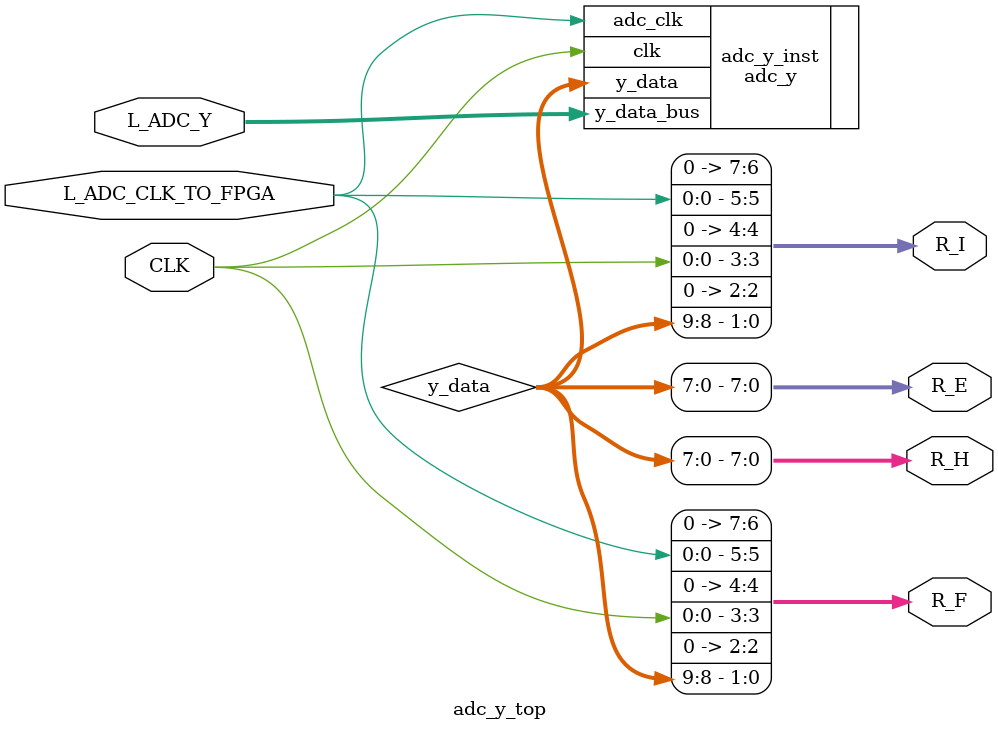
<source format=v>
`ifndef ADC_Y_TOP_V
`define ADC_Y_TOP_V

`include "directives.v"

`include "adc_y.v"

module adc_y_top #(
    parameter integer DATA_BITS = 10
) (
    input wire                 CLK,
    input wire                 L_ADC_CLK_TO_FPGA,
    input wire [DATA_BITS-1:0] L_ADC_Y,

    output wire [7:0] R_E,
    output wire [7:0] R_F,

    output wire [7:0] R_H,
    output wire [7:0] R_I
);

  wire [DATA_BITS-1:0] y_data;

  adc_y #(
      .DATA_BITS(DATA_BITS)
  ) adc_y_inst (
      .clk       (CLK),
      .adc_clk   (L_ADC_CLK_TO_FPGA),
      .y_data_bus(L_ADC_Y),
      .y_data    (y_data)
  );

  // Output y_data on R_E and R_F
  assign R_E = y_data[0:7];
  assign R_F = {2'b0, L_ADC_CLK_TO_FPGA, 1'b0, CLK, 1'b0, y_data[8:9]};

  // Second copy - use one for LEDs and one for logic analyzer
  assign R_H = y_data[0:7];
  assign R_I = {2'b0, L_ADC_CLK_TO_FPGA, 1'b0, CLK, 1'b0, y_data[8:9]};

endmodule

`endif

</source>
